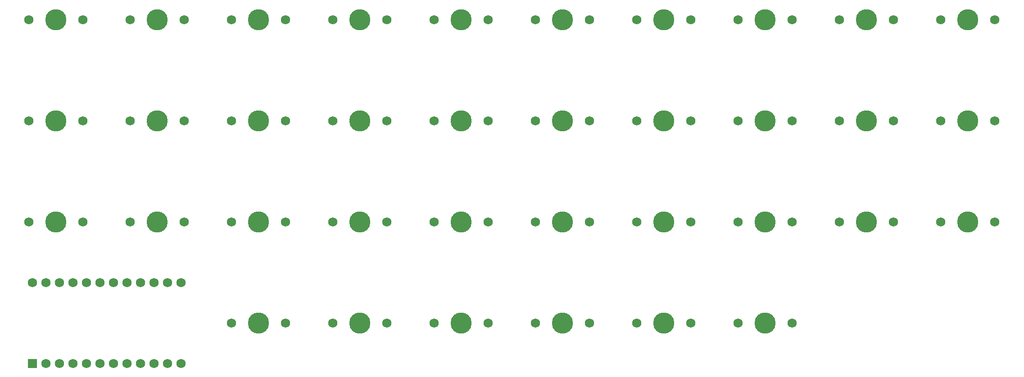
<source format=gbr>
%TF.GenerationSoftware,KiCad,Pcbnew,(5.99.0-9795-gc3c3649211)*%
%TF.CreationDate,2021-06-10T22:06:10-05:00*%
%TF.ProjectId,free10u,66726565-3130-4752-9e6b-696361645f70,rev?*%
%TF.SameCoordinates,Original*%
%TF.FileFunction,Soldermask,Top*%
%TF.FilePolarity,Negative*%
%FSLAX46Y46*%
G04 Gerber Fmt 4.6, Leading zero omitted, Abs format (unit mm)*
G04 Created by KiCad (PCBNEW (5.99.0-9795-gc3c3649211)) date 2021-06-10 22:06:10*
%MOMM*%
%LPD*%
G01*
G04 APERTURE LIST*
%ADD10C,1.752600*%
%ADD11R,1.752600X1.752600*%
%ADD12C,1.750000*%
%ADD13C,3.987800*%
G04 APERTURE END LIST*
D10*
%TO.C,U1*%
X22542500Y-118586250D03*
X50482500Y-133826250D03*
X25082500Y-118586250D03*
X27622500Y-118586250D03*
X30162500Y-118586250D03*
X32702500Y-118586250D03*
X35242500Y-118586250D03*
X37782500Y-118586250D03*
X40322500Y-118586250D03*
X42862500Y-118586250D03*
X45402500Y-118586250D03*
X47942500Y-118586250D03*
X50482500Y-118586250D03*
X47942500Y-133826250D03*
X45402500Y-133826250D03*
X42862500Y-133826250D03*
X40322500Y-133826250D03*
X37782500Y-133826250D03*
X35242500Y-133826250D03*
X32702500Y-133826250D03*
X30162500Y-133826250D03*
X27622500Y-133826250D03*
X25082500Y-133826250D03*
D11*
X22542500Y-133826250D03*
%TD*%
D12*
%TO.C,MX36*%
X165417500Y-126206250D03*
X155257500Y-126206250D03*
D13*
X160337500Y-126206250D03*
%TD*%
D12*
%TO.C,MX35*%
X146367500Y-126206250D03*
X136207500Y-126206250D03*
D13*
X141287500Y-126206250D03*
%TD*%
D12*
%TO.C,MX34*%
X127317500Y-126206250D03*
X117157500Y-126206250D03*
D13*
X122237500Y-126206250D03*
%TD*%
D12*
%TO.C,MX33*%
X108267500Y-126206250D03*
X98107500Y-126206250D03*
D13*
X103187500Y-126206250D03*
%TD*%
D12*
%TO.C,MX32*%
X89217500Y-126206250D03*
X79057500Y-126206250D03*
D13*
X84137500Y-126206250D03*
%TD*%
D12*
%TO.C,MX31*%
X70167500Y-126206250D03*
X60007500Y-126206250D03*
D13*
X65087500Y-126206250D03*
%TD*%
D12*
%TO.C,MX30*%
X203517500Y-107156250D03*
X193357500Y-107156250D03*
D13*
X198437500Y-107156250D03*
%TD*%
D12*
%TO.C,MX29*%
X184467500Y-107156250D03*
X174307500Y-107156250D03*
D13*
X179387500Y-107156250D03*
%TD*%
D12*
%TO.C,MX28*%
X165417500Y-107156250D03*
X155257500Y-107156250D03*
D13*
X160337500Y-107156250D03*
%TD*%
D12*
%TO.C,MX27*%
X146367500Y-107156250D03*
X136207500Y-107156250D03*
D13*
X141287500Y-107156250D03*
%TD*%
D12*
%TO.C,MX26*%
X127317500Y-107156250D03*
X117157500Y-107156250D03*
D13*
X122237500Y-107156250D03*
%TD*%
D12*
%TO.C,MX25*%
X108267500Y-107156250D03*
X98107500Y-107156250D03*
D13*
X103187500Y-107156250D03*
%TD*%
D12*
%TO.C,MX24*%
X89217500Y-107156250D03*
X79057500Y-107156250D03*
D13*
X84137500Y-107156250D03*
%TD*%
D12*
%TO.C,MX23*%
X70167500Y-107156250D03*
X60007500Y-107156250D03*
D13*
X65087500Y-107156250D03*
%TD*%
D12*
%TO.C,MX22*%
X51117500Y-107156250D03*
X40957500Y-107156250D03*
D13*
X46037500Y-107156250D03*
%TD*%
D12*
%TO.C,MX21*%
X32067500Y-107156250D03*
X21907500Y-107156250D03*
D13*
X26987500Y-107156250D03*
%TD*%
D12*
%TO.C,MX20*%
X203517500Y-88106250D03*
X193357500Y-88106250D03*
D13*
X198437500Y-88106250D03*
%TD*%
D12*
%TO.C,MX19*%
X184467500Y-88106250D03*
X174307500Y-88106250D03*
D13*
X179387500Y-88106250D03*
%TD*%
D12*
%TO.C,MX18*%
X165417500Y-88106250D03*
X155257500Y-88106250D03*
D13*
X160337500Y-88106250D03*
%TD*%
D12*
%TO.C,MX17*%
X146367500Y-88106250D03*
X136207500Y-88106250D03*
D13*
X141287500Y-88106250D03*
%TD*%
D12*
%TO.C,MX16*%
X127317500Y-88106250D03*
X117157500Y-88106250D03*
D13*
X122237500Y-88106250D03*
%TD*%
D12*
%TO.C,MX15*%
X108267500Y-88106250D03*
X98107500Y-88106250D03*
D13*
X103187500Y-88106250D03*
%TD*%
D12*
%TO.C,MX14*%
X89217500Y-88106250D03*
X79057500Y-88106250D03*
D13*
X84137500Y-88106250D03*
%TD*%
D12*
%TO.C,MX13*%
X70167500Y-88106250D03*
X60007500Y-88106250D03*
D13*
X65087500Y-88106250D03*
%TD*%
D12*
%TO.C,MX12*%
X51117500Y-88106250D03*
X40957500Y-88106250D03*
D13*
X46037500Y-88106250D03*
%TD*%
D12*
%TO.C,MX11*%
X32067500Y-88106250D03*
X21907500Y-88106250D03*
D13*
X26987500Y-88106250D03*
%TD*%
D12*
%TO.C,MX10*%
X203517500Y-69056250D03*
X193357500Y-69056250D03*
D13*
X198437500Y-69056250D03*
%TD*%
D12*
%TO.C,MX9*%
X184467500Y-69056250D03*
X174307500Y-69056250D03*
D13*
X179387500Y-69056250D03*
%TD*%
D12*
%TO.C,MX8*%
X165417500Y-69056250D03*
X155257500Y-69056250D03*
D13*
X160337500Y-69056250D03*
%TD*%
D12*
%TO.C,MX7*%
X146367500Y-69056250D03*
X136207500Y-69056250D03*
D13*
X141287500Y-69056250D03*
%TD*%
D12*
%TO.C,MX6*%
X127317500Y-69056250D03*
X117157500Y-69056250D03*
D13*
X122237500Y-69056250D03*
%TD*%
D12*
%TO.C,MX5*%
X108267500Y-69056250D03*
X98107500Y-69056250D03*
D13*
X103187500Y-69056250D03*
%TD*%
D12*
%TO.C,MX4*%
X89217500Y-69056250D03*
X79057500Y-69056250D03*
D13*
X84137500Y-69056250D03*
%TD*%
D12*
%TO.C,MX3*%
X70167500Y-69056250D03*
X60007500Y-69056250D03*
D13*
X65087500Y-69056250D03*
%TD*%
D12*
%TO.C,MX2*%
X51117500Y-69056250D03*
X40957500Y-69056250D03*
D13*
X46037500Y-69056250D03*
%TD*%
D12*
%TO.C,MX1*%
X32067500Y-69056250D03*
X21907500Y-69056250D03*
D13*
X26987500Y-69056250D03*
%TD*%
M02*

</source>
